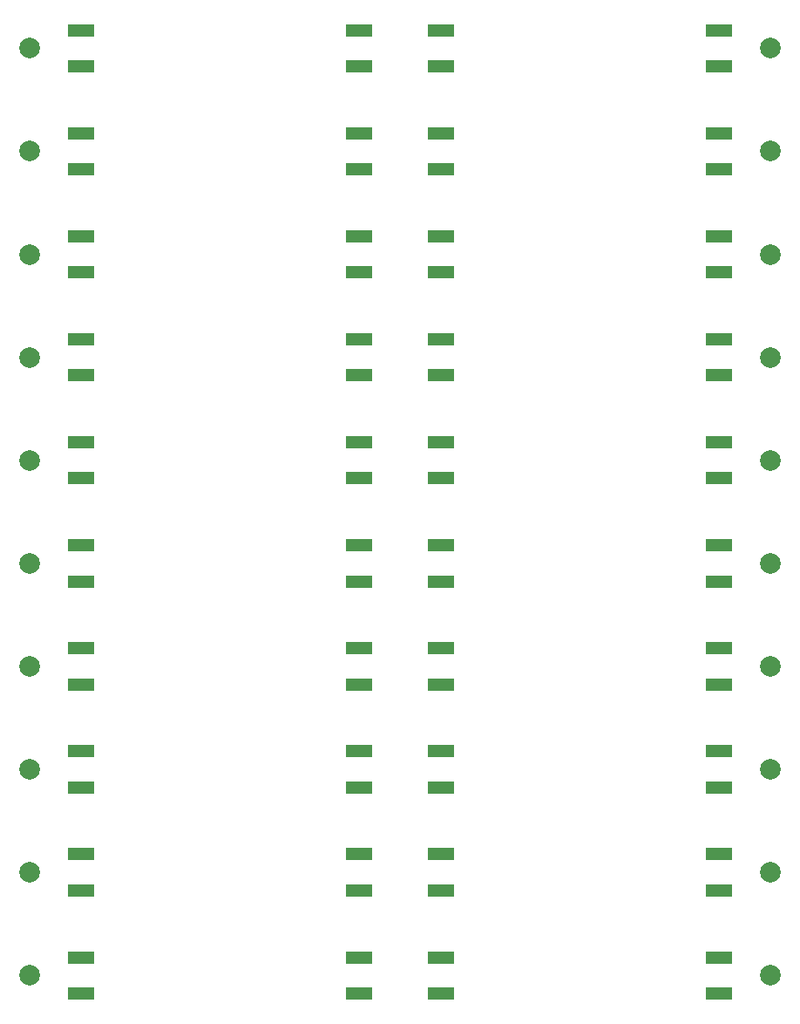
<source format=gts>
%TF.GenerationSoftware,KiCad,Pcbnew,(5.1.9)-1*%
%TF.CreationDate,2021-03-16T21:43:32+09:00*%
%TF.ProjectId,RoomLightExtensionBoard,526f6f6d-4c69-4676-9874-457874656e73,rev?*%
%TF.SameCoordinates,PX5c81a40PY7b06240*%
%TF.FileFunction,Soldermask,Top*%
%TF.FilePolarity,Negative*%
%FSLAX46Y46*%
G04 Gerber Fmt 4.6, Leading zero omitted, Abs format (unit mm)*
G04 Created by KiCad (PCBNEW (5.1.9)-1) date 2021-03-16 21:43:32*
%MOMM*%
%LPD*%
G01*
G04 APERTURE LIST*
%ADD10C,2.000000*%
%ADD11R,2.500000X1.200000*%
G04 APERTURE END LIST*
D10*
%TO.C,REF\u002A\u002A*%
X74500000Y4000000D03*
%TD*%
%TO.C,REF\u002A\u002A*%
X74500000Y14000000D03*
%TD*%
%TO.C,REF\u002A\u002A*%
X74500000Y24000000D03*
%TD*%
%TO.C,REF\u002A\u002A*%
X74500000Y34000000D03*
%TD*%
%TO.C,REF\u002A\u002A*%
X74500000Y44000000D03*
%TD*%
%TO.C,REF\u002A\u002A*%
X74500000Y54000000D03*
%TD*%
%TO.C,REF\u002A\u002A*%
X74500000Y64000000D03*
%TD*%
%TO.C,REF\u002A\u002A*%
X74500000Y74000000D03*
%TD*%
%TO.C,REF\u002A\u002A*%
X74500000Y84000000D03*
%TD*%
%TO.C,REF\u002A\u002A*%
X74500000Y94000000D03*
%TD*%
%TO.C,REF\u002A\u002A*%
X2500000Y4000000D03*
%TD*%
%TO.C,REF\u002A\u002A*%
X2500000Y14000000D03*
%TD*%
%TO.C,REF\u002A\u002A*%
X2500000Y24000000D03*
%TD*%
%TO.C,REF\u002A\u002A*%
X2500000Y34000000D03*
%TD*%
%TO.C,REF\u002A\u002A*%
X2500000Y44000000D03*
%TD*%
%TO.C,REF\u002A\u002A*%
X2500000Y54000000D03*
%TD*%
%TO.C,REF\u002A\u002A*%
X2500000Y64000000D03*
%TD*%
%TO.C,REF\u002A\u002A*%
X2500000Y74000000D03*
%TD*%
%TO.C,REF\u002A\u002A*%
X2500000Y84000000D03*
%TD*%
D11*
%TO.C,J2*%
X42500000Y2250000D03*
%TD*%
%TO.C,J2*%
X7500000Y2250000D03*
%TD*%
%TO.C,J2*%
X42500000Y12250000D03*
%TD*%
%TO.C,J2*%
X7500000Y12250000D03*
%TD*%
%TO.C,J2*%
X42500000Y22250000D03*
%TD*%
%TO.C,J2*%
X7500000Y22250000D03*
%TD*%
%TO.C,J2*%
X42500000Y32250000D03*
%TD*%
%TO.C,J2*%
X7500000Y32250000D03*
%TD*%
%TO.C,J2*%
X42500000Y42250000D03*
%TD*%
%TO.C,J2*%
X7500000Y42250000D03*
%TD*%
%TO.C,J2*%
X42500000Y52250000D03*
%TD*%
%TO.C,J2*%
X7500000Y52250000D03*
%TD*%
%TO.C,J2*%
X42500000Y62250000D03*
%TD*%
%TO.C,J2*%
X7500000Y62250000D03*
%TD*%
%TO.C,J2*%
X42500000Y72250000D03*
%TD*%
%TO.C,J2*%
X7500000Y72250000D03*
%TD*%
%TO.C,J2*%
X42500000Y82250000D03*
%TD*%
%TO.C,J2*%
X7500000Y82250000D03*
%TD*%
%TO.C,J2*%
X42500000Y92250000D03*
%TD*%
%TO.C,J4*%
X42500000Y5750000D03*
%TD*%
%TO.C,J4*%
X7500000Y5750000D03*
%TD*%
%TO.C,J4*%
X42500000Y15750000D03*
%TD*%
%TO.C,J4*%
X7500000Y15750000D03*
%TD*%
%TO.C,J4*%
X42500000Y25750000D03*
%TD*%
%TO.C,J4*%
X7500000Y25750000D03*
%TD*%
%TO.C,J4*%
X42500000Y35750000D03*
%TD*%
%TO.C,J4*%
X7500000Y35750000D03*
%TD*%
%TO.C,J4*%
X42500000Y45750000D03*
%TD*%
%TO.C,J4*%
X7500000Y45750000D03*
%TD*%
%TO.C,J4*%
X42500000Y55750000D03*
%TD*%
%TO.C,J4*%
X7500000Y55750000D03*
%TD*%
%TO.C,J4*%
X42500000Y65750000D03*
%TD*%
%TO.C,J4*%
X7500000Y65750000D03*
%TD*%
%TO.C,J4*%
X42500000Y75750000D03*
%TD*%
%TO.C,J4*%
X7500000Y75750000D03*
%TD*%
%TO.C,J4*%
X42500000Y85750000D03*
%TD*%
%TO.C,J4*%
X7500000Y85750000D03*
%TD*%
%TO.C,J4*%
X42500000Y95750000D03*
%TD*%
%TO.C,J3*%
X69500000Y5750000D03*
%TD*%
%TO.C,J3*%
X34500000Y5750000D03*
%TD*%
%TO.C,J3*%
X69500000Y15750000D03*
%TD*%
%TO.C,J3*%
X34500000Y15750000D03*
%TD*%
%TO.C,J3*%
X69500000Y25750000D03*
%TD*%
%TO.C,J3*%
X34500000Y25750000D03*
%TD*%
%TO.C,J3*%
X69500000Y35750000D03*
%TD*%
%TO.C,J3*%
X34500000Y35750000D03*
%TD*%
%TO.C,J3*%
X69500000Y45750000D03*
%TD*%
%TO.C,J3*%
X34500000Y45750000D03*
%TD*%
%TO.C,J3*%
X69500000Y55750000D03*
%TD*%
%TO.C,J3*%
X34500000Y55750000D03*
%TD*%
%TO.C,J3*%
X69500000Y65750000D03*
%TD*%
%TO.C,J3*%
X34500000Y65750000D03*
%TD*%
%TO.C,J3*%
X69500000Y75750000D03*
%TD*%
%TO.C,J3*%
X34500000Y75750000D03*
%TD*%
%TO.C,J3*%
X69500000Y85750000D03*
%TD*%
%TO.C,J3*%
X34500000Y85750000D03*
%TD*%
%TO.C,J3*%
X69500000Y95750000D03*
%TD*%
%TO.C,J1*%
X69500000Y2250000D03*
%TD*%
%TO.C,J1*%
X34500000Y2250000D03*
%TD*%
%TO.C,J1*%
X69500000Y12250000D03*
%TD*%
%TO.C,J1*%
X34500000Y12250000D03*
%TD*%
%TO.C,J1*%
X69500000Y22250000D03*
%TD*%
%TO.C,J1*%
X34500000Y22250000D03*
%TD*%
%TO.C,J1*%
X69500000Y32250000D03*
%TD*%
%TO.C,J1*%
X34500000Y32250000D03*
%TD*%
%TO.C,J1*%
X69500000Y42250000D03*
%TD*%
%TO.C,J1*%
X34500000Y42250000D03*
%TD*%
%TO.C,J1*%
X69500000Y52250000D03*
%TD*%
%TO.C,J1*%
X34500000Y52250000D03*
%TD*%
%TO.C,J1*%
X69500000Y62250000D03*
%TD*%
%TO.C,J1*%
X34500000Y62250000D03*
%TD*%
%TO.C,J1*%
X69500000Y72250000D03*
%TD*%
%TO.C,J1*%
X34500000Y72250000D03*
%TD*%
%TO.C,J1*%
X69500000Y82250000D03*
%TD*%
%TO.C,J1*%
X34500000Y82250000D03*
%TD*%
%TO.C,J1*%
X69500000Y92250000D03*
%TD*%
D10*
%TO.C,REF\u002A\u002A*%
X2500000Y94000000D03*
%TD*%
D11*
%TO.C,J1*%
X34500000Y92250000D03*
%TD*%
%TO.C,J2*%
X7500000Y92250000D03*
%TD*%
%TO.C,J3*%
X34500000Y95750000D03*
%TD*%
%TO.C,J4*%
X7500000Y95750000D03*
%TD*%
M02*

</source>
